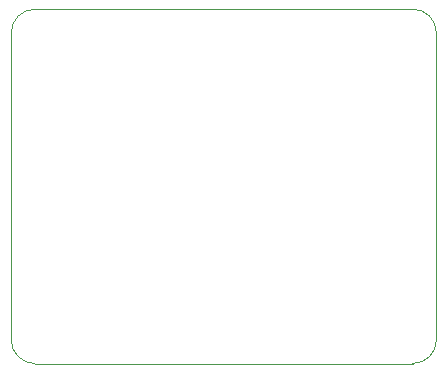
<source format=gbr>
%TF.GenerationSoftware,KiCad,Pcbnew,9.0.3*%
%TF.CreationDate,2025-07-20T15:06:00+03:00*%
%TF.ProjectId,PMDBG-FFC20,504d4442-472d-4464-9643-32302e6b6963,rev?*%
%TF.SameCoordinates,Original*%
%TF.FileFunction,Profile,NP*%
%FSLAX46Y46*%
G04 Gerber Fmt 4.6, Leading zero omitted, Abs format (unit mm)*
G04 Created by KiCad (PCBNEW 9.0.3) date 2025-07-20 15:06:00*
%MOMM*%
%LPD*%
G01*
G04 APERTURE LIST*
%TA.AperFunction,Profile*%
%ADD10C,0.100000*%
%TD*%
G04 APERTURE END LIST*
D10*
X-18000000Y13000000D02*
G75*
G02*
X-16000000Y15000000I2000000J0D01*
G01*
X18000000Y-13000000D02*
G75*
G02*
X16000000Y-15000000I-2000000J0D01*
G01*
X16000000Y15000000D02*
G75*
G02*
X18000000Y13000000I0J-2000000D01*
G01*
X-16000000Y-15000000D02*
X16000000Y-15000000D01*
X-18000000Y-13000000D02*
X-18000000Y13000000D01*
X18000000Y13000000D02*
X18000000Y-13000000D01*
X-16000000Y15000000D02*
X16000000Y15000000D01*
X-16000000Y-15000000D02*
G75*
G02*
X-18000000Y-13000000I0J2000000D01*
G01*
M02*

</source>
